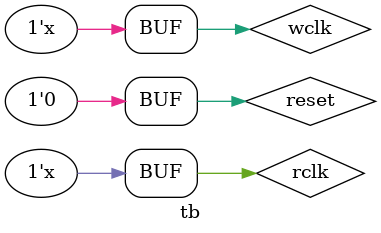
<source format=v>
module tb;
	parameter DEPTH = 4; 
	parameter WIDTH = 16;
	reg wen;
	reg ren;
	reg rclk=0;
	reg wclk=0;
	reg reset=0;
	reg [WIDTH-1:0] data_in=0;
	wire [WIDTH-1:0] data_out;
	dual_clk_FIFO #(DEPTH,WIDTH) fifo(rclk, wclk, reset, wen,ren, data_in, empty_bar, full_bar, data_out);
	
	
	always
		begin
			#25 wclk = ~wclk;
		end
	always
	begin
		#5 rclk = ~rclk;
	end
	always @(negedge wclk)
		begin
			if(full_bar)
			begin 
				data_in=data_in+1;
				wen=1;
			end
			else wen=0;
		end
	always @(negedge rclk)
		begin
			if(empty_bar) ren=1;
			else ren=0;
		end
	
endmodule
		
		
</source>
